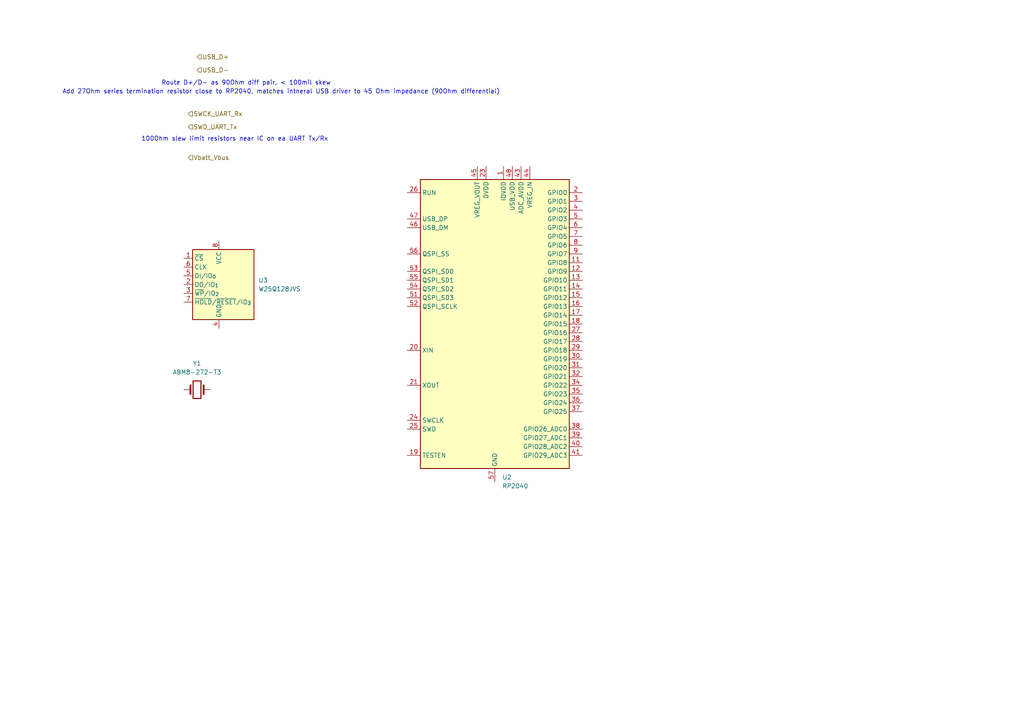
<source format=kicad_sch>
(kicad_sch (version 20250114) (generator "eeschema") (generator_version "9.0")
  (paper "A4")
  (lib_symbols
    (symbol "Device:Crystal" (pin_numbers (hide yes)) (pin_names (offset 1.016) (hide yes))
      (property "Reference" "Y" (at 0 3.81 0))
      (property "Value" "Crystal" (at 0 -3.81 0))
      (symbol "Crystal_0_1"
        (polyline (pts (xy -2.54 0) (xy -1.905 0)))
        (polyline (pts (xy -1.905 -1.27) (xy -1.905 1.27)) (stroke (width 0.508)))
        (rectangle (start -1.143 2.54) (end 1.143 -2.54) (stroke (width 0.3048)))
        (polyline (pts (xy 1.905 -1.27) (xy 1.905 1.27)) (stroke (width 0.508)))
        (polyline (pts (xy 2.54 0) (xy 1.905 0)))
      )
      (symbol "Crystal_1_1"
        (pin passive line (at -3.81 0 0) (length 1.27) (name "1") (number "1"))
        (pin passive line (at 3.81 0 180) (length 1.27) (name "2") (number "2"))
      )
    )
    (symbol "MCU_RaspberryPi:RP2040"
      (property "Reference" "U" (at 17.78 45.72 0))
      (property "Value" "RP2040" (at 17.78 43.18 0))
      (symbol "RP2040_0_1"
        (rectangle (start -21.59 41.91) (end 21.59 -41.91) (stroke (width 0.254)) (fill (type background)))
      )
      (symbol "RP2040_1_1"
        (pin input line (at -25.4 38.1 0) (length 3.81) (name "RUN") (number "26"))
        (pin bidirectional line (at -25.4 30.48 0) (length 3.81) (name "USB_DP") (number "47"))
        (pin bidirectional line (at -25.4 27.94 0) (length 3.81) (name "USB_DM") (number "46"))
        (pin bidirectional line (at -25.4 20.32 0) (length 3.81) (name "QSPI_SS") (number "56"))
        (pin bidirectional line (at -25.4 15.24 0) (length 3.81) (name "QSPI_SD0") (number "53"))
        (pin bidirectional line (at -25.4 12.7 0) (length 3.81) (name "QSPI_SD1") (number "55"))
        (pin bidirectional line (at -25.4 10.16 0) (length 3.81) (name "QSPI_SD2") (number "54"))
        (pin bidirectional line (at -25.4 7.62 0) (length 3.81) (name "QSPI_SD3") (number "51"))
        (pin output line (at -25.4 5.08 0) (length 3.81) (name "QSPI_SCLK") (number "52"))
        (pin input line (at -25.4 -7.62 0) (length 3.81) (name "XIN") (number "20"))
        (pin passive line (at -25.4 -17.78 0) (length 3.81) (name "XOUT") (number "21"))
        (pin input line (at -25.4 -27.94 0) (length 3.81) (name "SWCLK") (number "24"))
        (pin bidirectional line (at -25.4 -30.48 0) (length 3.81) (name "SWD") (number "25"))
        (pin input line (at -25.4 -38.1 0) (length 3.81) (name "TESTEN") (number "19"))
        (pin power_out line (at -5.08 45.72 270) (length 3.81) (name "VREG_VOUT") (number "45"))
        (pin power_in line (at -2.54 45.72 270) (length 3.81) (name "DVDD") (number "23"))
        (pin passive line (at -2.54 45.72 270) (length 3.81) (hide yes) (name "DVDD") (number "50"))
        (pin power_in line (at 0 -45.72 90) (length 3.81) (name "GND") (number "57"))
        (pin power_in line (at 2.54 45.72 270) (length 3.81) (name "IOVDD") (number "1"))
        (pin passive line (at 2.54 45.72 270) (length 3.81) (hide yes) (name "IOVDD") (number "10"))
        (pin passive line (at 2.54 45.72 270) (length 3.81) (hide yes) (name "IOVDD") (number "22"))
        (pin passive line (at 2.54 45.72 270) (length 3.81) (hide yes) (name "IOVDD") (number "33"))
        (pin passive line (at 2.54 45.72 270) (length 3.81) (hide yes) (name "IOVDD") (number "42"))
        (pin passive line (at 2.54 45.72 270) (length 3.81) (hide yes) (name "IOVDD") (number "49"))
        (pin power_in line (at 5.08 45.72 270) (length 3.81) (name "USB_VDD") (number "48"))
        (pin power_in line (at 7.62 45.72 270) (length 3.81) (name "ADC_AVDD") (number "43"))
        (pin power_in line (at 10.16 45.72 270) (length 3.81) (name "VREG_IN") (number "44"))
        (pin bidirectional line (at 25.4 38.1 180) (length 3.81) (name "GPIO0") (number "2"))
        (pin bidirectional line (at 25.4 35.56 180) (length 3.81) (name "GPIO1") (number "3"))
        (pin bidirectional line (at 25.4 33.02 180) (length 3.81) (name "GPIO2") (number "4"))
        (pin bidirectional line (at 25.4 30.48 180) (length 3.81) (name "GPIO3") (number "5"))
        (pin bidirectional line (at 25.4 27.94 180) (length 3.81) (name "GPIO4") (number "6"))
        (pin bidirectional line (at 25.4 25.4 180) (length 3.81) (name "GPIO5") (number "7"))
        (pin bidirectional line (at 25.4 22.86 180) (length 3.81) (name "GPIO6") (number "8"))
        (pin bidirectional line (at 25.4 20.32 180) (length 3.81) (name "GPIO7") (number "9"))
        (pin bidirectional line (at 25.4 17.78 180) (length 3.81) (name "GPIO8") (number "11"))
        (pin bidirectional line (at 25.4 15.24 180) (length 3.81) (name "GPIO9") (number "12"))
        (pin bidirectional line (at 25.4 12.7 180) (length 3.81) (name "GPIO10") (number "13"))
        (pin bidirectional line (at 25.4 10.16 180) (length 3.81) (name "GPIO11") (number "14"))
        (pin bidirectional line (at 25.4 7.62 180) (length 3.81) (name "GPIO12") (number "15"))
        (pin bidirectional line (at 25.4 5.08 180) (length 3.81) (name "GPIO13") (number "16"))
        (pin bidirectional line (at 25.4 2.54 180) (length 3.81) (name "GPIO14") (number "17"))
        (pin bidirectional line (at 25.4 0 180) (length 3.81) (name "GPIO15") (number "18"))
        (pin bidirectional line (at 25.4 -2.54 180) (length 3.81) (name "GPIO16") (number "27"))
        (pin bidirectional line (at 25.4 -5.08 180) (length 3.81) (name "GPIO17") (number "28"))
        (pin bidirectional line (at 25.4 -7.62 180) (length 3.81) (name "GPIO18") (number "29"))
        (pin bidirectional line (at 25.4 -10.16 180) (length 3.81) (name "GPIO19") (number "30"))
        (pin bidirectional line (at 25.4 -12.7 180) (length 3.81) (name "GPIO20") (number "31"))
        (pin bidirectional line (at 25.4 -15.24 180) (length 3.81) (name "GPIO21") (number "32"))
        (pin bidirectional line (at 25.4 -17.78 180) (length 3.81) (name "GPIO22") (number "34"))
        (pin bidirectional line (at 25.4 -20.32 180) (length 3.81) (name "GPIO23") (number "35"))
        (pin bidirectional line (at 25.4 -22.86 180) (length 3.81) (name "GPIO24") (number "36"))
        (pin bidirectional line (at 25.4 -25.4 180) (length 3.81) (name "GPIO25") (number "37"))
        (pin bidirectional line (at 25.4 -30.48 180) (length 3.81) (name "GPIO26_ADC0") (number "38"))
        (pin bidirectional line (at 25.4 -33.02 180) (length 3.81) (name "GPIO27_ADC1") (number "39"))
        (pin bidirectional line (at 25.4 -35.56 180) (length 3.81) (name "GPIO28_ADC2") (number "40"))
        (pin bidirectional line (at 25.4 -38.1 180) (length 3.81) (name "GPIO29_ADC3") (number "41"))
      )
    )
    (symbol "Memory_Flash:W25Q128JVS"
      (property "Reference" "U" (at -6.35 11.43 0))
      (property "Value" "W25Q128JVS" (at 7.62 11.43 0))
      (symbol "W25Q128JVS_0_1"
        (rectangle (start -7.62 10.16) (end 10.16 -10.16) (stroke (width 0.254)) (fill (type background)))
      )
      (symbol "W25Q128JVS_1_1"
        (pin input line (at -10.16 7.62 0) (length 2.54) (name "~{CS}") (number "1"))
        (pin input line (at -10.16 5.08 0) (length 2.54) (name "CLK") (number "6"))
        (pin bidirectional line (at -10.16 2.54 0) (length 2.54) (name "DI/IO_{0}") (number "5"))
        (pin bidirectional line (at -10.16 0 0) (length 2.54) (name "DO/IO_{1}") (number "2"))
        (pin bidirectional line (at -10.16 -2.54 0) (length 2.54) (name "~{WP}/IO_{2}") (number "3"))
        (pin bidirectional line (at -10.16 -5.08 0) (length 2.54) (name "~{HOLD}/~{RESET}/IO_{3}") (number "7"))
        (pin power_in line (at 0 12.7 270) (length 2.54) (name "VCC") (number "8"))
        (pin power_in line (at 0 -12.7 90) (length 2.54) (name "GND") (number "4"))
      )
    )
  )
  (text "Route D+/D- as 90Ohm diff pair, < 100mil skew" (at 71.374 24.13 0) (effects (font (size 1.27 1.27))))
  (text "100Ohm slew limit resistors near IC on ea UART Tx/Rx \n" (at 68.58 40.386 0) (effects (font (size 1.27 1.27))))
  (text "Add 27Ohm series termination resistor close to RP2040, matches intneral USB driver to 45 Ohm impedance (90Ohm differential)" (at 81.534 26.67 0) (effects (font (size 1.27 1.27))))
  (hierarchical_label "SWD_UART_Tx" (shape input) (at 54.61 36.83 0))
  (hierarchical_label "USB_D-" (shape input) (at 57.15 20.32 0))
  (hierarchical_label "Vbatt_Vbus" (shape input) (at 54.61 45.72 0))
  (hierarchical_label "SWCK_UART_Rx" (shape input) (at 54.61 33.02 0))
  (hierarchical_label "USB_D+" (shape input) (at 57.15 16.51 0))
  (symbol (lib_id "Memory_Flash:W25Q128JVS") (at 63.5 82.55 0) (unit 1)
    (property "Reference" "U3" (at 74.93 81.2799 0) (effects (justify left)))
    (property "Value" "W25Q128JVS" (at 74.93 83.8199 0) (effects (justify left)))
    (property "Footprint" "Package_SO:SOIC-8_5.3x5.3mm_P1.27mm" (effects (hide yes)))
    (property "Datasheet" "https://www.winbond.com/resource-files/w25q128jv_dtr%20revc%2003272018%20plus.pdf" (effects (hide yes)))
    (property "Description" "128Mbit / 16MiB Serial Flash Memory, Standard/Dual/Quad SPI, 2.7-3.6V, SOIC-8" (effects (hide yes)))
    (property "Manufacturer" "Winbond Elec" (effects (hide yes)))
    (property "Supplier 1" "LCSC" (effects (hide yes)))
    (property "Supplier 1 SKU" "C113767" (effects (hide yes)))
    (property "Supplier 1 URL" "https://lcsc.com/product-detail/NOR-FLASH_Winbond-Elec-W25Q128JVSIQ_C113767.html?s_z=n_W25Q128JVS%2520" (effects (hide yes)))
  )
  (symbol (lib_id "Device:Crystal") (at 57.15 113.03 0) (unit 1)
    (property "Reference" "Y1" (at 57.15 105.41 0))
    (property "Value" "ABM8-272-T3" (at 57.15 107.95 0))
    (property "Footprint" "project footprints:XTAL_ABM8-272-T3" (effects (hide yes)))
    (property "Description" "Two pin crystal" (effects (hide yes)))
    (property "MPN" "ABM8-272-T3" (effects (hide yes)))
    (property "Manufacturer" "Abracon LLC" (effects (hide yes)))
    (property "Package" "SMD3225-4P" (effects (hide yes)))
    (property "Supplier 1" "LCSC" (effects (hide yes)))
    (property "Supplier 1 SKU" "C20625731" (effects (hide yes)))
    (property "Supplier 1 URL" "https://lcsc.com/product-detail/Crystals_Abracon-LLC-ABM8-272-T3_C20625731.html?s_z=n_ABM8-272-T3%2520" (effects (hide yes)))
  )
  (symbol (lib_id "MCU_RaspberryPi:RP2040") (at 143.51 93.98 0) (unit 1)
    (property "Reference" "U2" (at 145.6533 138.43 0) (effects (justify left)))
    (property "Value" "RP2040" (at 145.6533 140.97 0) (effects (justify left)))
    (property "Footprint" "Package_DFN_QFN:QFN-56-1EP_7x7mm_P0.4mm_EP3.2x3.2mm" (effects (hide yes)))
    (property "Datasheet" "https://datasheets.raspberrypi.com/rp2040/rp2040-datasheet.pdf" (effects (hide yes)))
    (property "Description" "A microcontroller by Raspberry Pi" (effects (hide yes)))
    (property "MPN" "SC0914(13)" (effects (hide yes)))
    (property "Manufacturer" "Raspberry Pi" (effects (hide yes)))
    (property "Supplier 1" "Digikey" (effects (hide yes)))
    (property "Supplier 1 URL" "https://www.digikey.jp/en/products/detail/raspberry-pi/SC0914-13/14306010" (effects (hide yes)))
  )
)
</source>
